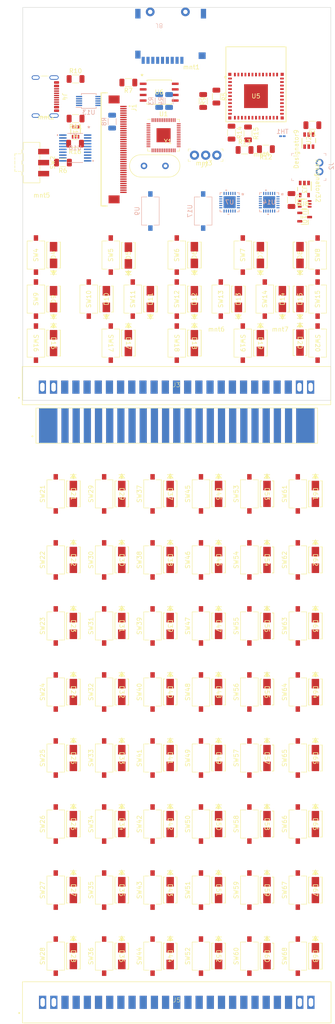
<source format=kicad_pcb>
(kicad_pcb (version 20221018) (generator pcbnew)
  (layers (0 "F.Cu" signal) (31 "B.Cu" signal) (34 "B.Paste" user) (35 "F.Paste" user) (36 "B.SilkS" user "B.Silkscreen") (37 "F.SilkS" user "F.Silkscreen") (38 "B.Mask" user) (39 "F.Mask" user) (44 "Edge.Cuts" user))
  (net 0 "")
  (net 1 "GND")
  (net 2 "Net-(U2-OUT)")
  (net 3 "/RP2040_UART0_TX")
  (net 4 "/RP2040_UART0_RX")
  (net 5 "/DISP_CONN/LEDA")
  (net 6 "/DISP_CONN/RESET")
  (net 7 "/DISP_CONN/DB15")
  (net 8 "/DISP_CONN/DB14")
  (net 9 "/DISP_CONN/DB13")
  (net 10 "/DISP_CONN/DB12")
  (net 11 "/DISP_CONN/DB11")
  (net 12 "/DISP_CONN/DB10")
  (net 13 "/DISP_CONN/DB9")
  (net 14 "/DISP_CONN/DB8")
  (net 15 "/DISP_CONN/DB7")
  (net 16 "/DISP_CONN/DB6")
  (net 17 "/DISP_CONN/DB5")
  (net 18 "/DISP_CONN/DB4")
  (net 19 "Net-(U1-XIN)")
  (net 20 "Net-(U1-XOUT)")
  (net 21 "Net-(U1-VREG_VOUT)")
  (net 22 "/DISP_CONN/DB3")
  (net 23 "/DISP_CONN/DB2")
  (net 24 "/DISP_CONN/DB1")
  (net 25 "/DISP_CONN/DB0")
  (net 26 "/DISP_CONN/RD")
  (net 27 "/DISP_CONN/WR")
  (net 28 "/DISP_CONN/RS (D{slash}C)")
  (net 29 "/DISP_CONN/CS")
  (net 30 "/RP2040_CHIP_EN_OUT")
  (net 32 "Net-(U1-USB_DM)")
  (net 33 "Net-(U1-USB_DP)")
  (net 34 "Net-(U1-QSPI_SD3)")
  (net 35 "Net-(U1-QSPI_SCLK)")
  (net 36 "Net-(U1-QSPI_SD0)")
  (net 37 "Net-(U1-QSPI_SD2)")
  (net 38 "Net-(U1-QSPI_SD1)")
  (net 39 "Net-(U1-QSPI_SS)")
  (net 40 "Net-(U2-TS)")
  (net 41 "Net-(D1-K)")
  (net 42 "Net-(U2-ISET)")
  (net 43 "VBUS")
  (net 46 "/RUN_MODE")
  (net 47 "/FLASH_LATCH")
  (net 48 "/LATCH_PULSE")
  (net 49 "+3.3V")
  (net 52 "/CHIP_EN")
  (net 53 "/GPIO_I2C_SDA")
  (net 54 "/GPIO_I2C_SCL")
  (net 55 "/64_GPIO_I2C/~{INT}")
  (net 56 "/64_GPIO_I2C/~{RESET}")
  (net 57 "/ESP32/D-")
  (net 58 "/ESP32/D+")
  (net 59 "/ESP32/IO_14")
  (net 61 "/ESP32/IO_18")
  (net 62 "/GPIO_I2C_INT")
  (net 63 "/ESP32/IO_20")
  (net 64 "/ESP32/IO_21")
  (net 65 "/ESP32/IO_22")
  (net 66 "/ESP32/IO_23")
  (net 71 "/KPA0")
  (net 72 "/KPA1")
  (net 73 "/KPA2")
  (net 74 "/KPA3")
  (net 75 "/KPA4")
  (net 76 "/KPA5")
  (net 77 "/KPA6")
  (net 78 "/KPA7")
  (net 79 "/KPA8")
  (net 80 "/KPA9")
  (net 81 "/KPA10")
  (net 82 "/KPA11")
  (net 83 "/KPA12")
  (net 84 "/KPA13")
  (net 85 "/KPA14")
  (net 86 "/KPA15")
  (net 90 "/RP2040_BOOTPIN")
  (net 91 "/MODE_MUX/D+")
  (net 92 "/MODE_MUX/D-")
  (net 93 "/MODE_MUX/D- Y")
  (net 94 "/MODE_MUX/D+ Y")
  (net 95 "/KPB0")
  (net 96 "/KPB1")
  (net 97 "/KPB2")
  (net 98 "/KPB3")
  (net 99 "/KPB4")
  (net 100 "/KPB5")
  (net 101 "/KPB6")
  (net 102 "/KPB7")
  (net 103 "/KPB8")
  (net 104 "/KPB9")
  (net 105 "/KPB10")
  (net 106 "/KPB11")
  (net 107 "/KPB12")
  (net 108 "/KPB13")
  (net 109 "/KPB14")
  (net 110 "/KPB15")
  (net 112 "/mathboard/b15")
  (net 113 "/mathboard/b14")
  (net 114 "/mathboard/b13")
  (net 115 "/mathboard/b12")
  (net 116 "Net-(J4-CC1)")
  (net 118 "Net-(J4-CC2)")
  (net 120 "/PWR_RP2040")
  (net 135 "/MODE_PIN")
  (net 136 "/FLASH_PIN")
  (net 137 "/ESP32_UART0_RX")
  (net 138 "/ESP32_UART0_TX")
  (net 139 "/GLOBAL_RESET_PIN")
  (net 142 "VCC")
  (net 143 "Net-(SW2-B)")
  (net 144 "Net-(D4-A)")
  (net 145 "Net-(D5-A)")
  (net 146 "Net-(D6-A)")
  (net 147 "Net-(D7-A)")
  (net 148 "Net-(D8-A)")
  (net 149 "Net-(D9-A)")
  (net 150 "Net-(D10-A)")
  (net 151 "Net-(D11-A)")
  (net 152 "Net-(D12-A)")
  (net 153 "Net-(D13-A)")
  (net 154 "Net-(D14-A)")
  (net 155 "Net-(D15-A)")
  (net 156 "Net-(D16-A)")
  (net 157 "Net-(D17-A)")
  (net 158 "Net-(D18-A)")
  (net 159 "Net-(D19-A)")
  (net 160 "Net-(D20-A)")
  (net 161 "/ESP32/LP_UART_RXD")
  (net 162 "/ESP32/LP_UART_TXD")
  (net 163 "/ESP32/LP_UART_RTSN")
  (net 164 "/ESP32/LP_UART_CTSN")
  (net 177 "Net-(D21-A)")
  (net 178 "Net-(D22-A)")
  (net 179 "Net-(D23-A)")
  (net 180 "/mathboard/b11")
  (net 181 "/mathboard/b10")
  (net 182 "/mathboard/b9")
  (net 183 "/mathboard/b8")
  (net 184 "Net-(D24-A)")
  (net 185 "/mathboard/b7")
  (net 186 "Net-(D25-A)")
  (net 187 "/mathboard/b6")
  (net 188 "Net-(D26-A)")
  (net 189 "/mathboard/b5")
  (net 190 "Net-(D27-A)")
  (net 191 "/mathboard/b4")
  (net 192 "Net-(D28-A)")
  (net 193 "/mathboard/b3")
  (net 194 "Net-(D29-A)")
  (net 195 "/mathboard/b2")
  (net 196 "Net-(D30-A)")
  (net 197 "/mathboard/b1")
  (net 198 "Net-(D31-A)")
  (net 199 "/mathboard/b0")
  (net 200 "Net-(D32-A)")
  (net 201 "/mathboard/3v3")
  (net 202 "Net-(D33-A)")
  (net 203 "/mathboard/scl")
  (net 204 "Net-(D34-A)")
  (net 205 "/mathboard/sda")
  (net 206 "Net-(D35-A)")
  (net 207 "/mathboard/mode")
  (net 208 "Net-(D36-A)")
  (net 209 "Net-(D61-A)")
  (net 210 "Net-(D37-A)")
  (net 211 "Net-(D62-A)")
  (net 212 "Net-(D38-A)")
  (net 213 "Net-(D63-A)")
  (net 214 "Net-(D39-A)")
  (net 215 "Net-(D64-A)")
  (net 216 "Net-(D40-A)")
  (net 217 "Net-(D41-A)")
  (net 218 "Net-(D42-A)")
  (net 219 "Net-(D43-A)")
  (net 220 "Net-(D44-A)")
  (net 221 "Net-(D45-A)")
  (net 222 "Net-(D46-A)")
  (net 223 "Net-(D47-A)")
  (net 224 "Net-(D48-A)")
  (net 225 "Net-(D49-A)")
  (net 226 "Net-(D50-A)")
  (net 227 "Net-(D51-A)")
  (net 228 "Net-(D52-A)")
  (net 229 "Net-(D53-A)")
  (net 230 "Net-(D54-A)")
  (net 231 "Net-(D55-A)")
  (net 232 "Net-(D56-A)")
  (net 233 "Net-(D65-A)")
  (net 234 "Net-(D57-A)")
  (net 235 "Net-(D66-A)")
  (net 236 "Net-(D58-A)")
  (net 237 "Net-(D67-A)")
  (net 238 "Net-(D59-A)")
  (net 239 "Net-(D68-A)")
  (net 240 "Net-(D60-A)")
  (net 241 "/mathboard/int")
  (net 242 "/mathboard/rp_tx")
  (net 243 "/mathboard/rp_rx")
  (net 244 "/mathboard/esp_rx")
  (net 245 "/mathboard/esp_tx")
  (net 246 "/mathboard/reset")
  (net 247 "/mathboard/flash")
  (net 248 "/mathboard/a15")
  (net 249 "/mathboard/a14")
  (net 250 "/mathboard/a13")
  (net 251 "/mathboard/a12")
  (net 252 "/mathboard/a11")
  (net 253 "/mathboard/a10")
  (net 254 "/mathboard/a9")
  (net 255 "/mathboard/a8")
  (net 256 "/mathboard/a7")
  (net 257 "/mathboard/a6")
  (net 258 "/mathboard/a5")
  (net 259 "/mathboard/a4")
  (net 260 "/mathboard/a3")
  (net 261 "/mathboard/a2")
  (net 262 "/mathboard/a1")
  (net 263 "/mathboard/a0")
  (net 264 "Net-(U1-SWCLK)")
  (net 265 "Net-(U1-SWD)")
  (net 266 "/ESP32/IO_19")
  (footprint "Button_Switch_SMD:SW_Tactile_SPST_NO_Straight_CK_PTS636Sx25SMTRLFS" (layer "F.Cu") (at 71.5 131.25 90)
    (fp_text reference "SW54")
    (fp_text value "~")
  )
  (footprint "Button_Switch_SMD:SW_Tactile_SPST_NO_Straight_CK_PTS636Sx25SMTRLFS" (layer "F.Cu") (at 49.5 131.25 90)
    (fp_text reference "SW38")
    (fp_text value "~")
  )
  (footprint "footprints:SMA_SDS" (layer "F.Cu") (at 27 82 -90)
    (fp_text reference "D16")
    (fp_text value "D_Small")
  )
  (footprint "Button_Switch_SMD:SW_Tactile_SPST_NO_Straight_CK_PTS636Sx25SMTRLFS" (layer "F.Cu") (at 82.5 131.25 90)
    (fp_text reference "SW62")
    (fp_text value "~")
  )
  (footprint "footprints:SMA_SDS" (layer "F.Cu") (at 64.5 176.25 -90)
    (fp_text reference "D49")
    (fp_text value "~")
  )
  (footprint "Button_Switch_SMD:SW_Tactile_SPST_NO_Straight_CK_PTS636Sx25SMTRLFS" (layer "F.Cu") (at 70 62 90)
    (fp_text reference "SW7")
    (fp_text value "KP_HOME")
  )
  (footprint "footprints:DBV0005A_N" (layer "F.Cu") (at 84 47 -90)
    (fp_text reference "U3")
    (fp_text value "TPS613221ADBVR")
  )
  (footprint "footprints:SMA_SDS" (layer "F.Cu") (at 42.5 116.25 -90)
    (fp_text reference "D29")
    (fp_text value "~")
  )
  (footprint "MountingHole:MountingHole_2.2mm_M2" (layer "F.Cu") (at 24.3125 51.625)
    (fp_text reference "mnt5")
    (fp_text value "MountingHole_2.2mm_M2")
  )
  (footprint "Button_Switch_SMD:SW_Tactile_SPST_NO_Straight_CK_PTS636Sx25SMTRLFS" (layer "F.Cu") (at 60.5 161.25 90)
    (fp_text reference "SW48")
    (fp_text value "~")
  )
  (footprint "Resistor_SMD:R_1206_3216Metric" (layer "F.Cu") (at 29.125 41 180)
    (fp_text reference "R6")
    (fp_text value "10k")
  )
  (footprint "Button_Switch_SMD:SW_Tactile_SPST_NO_Straight_CK_PTS636Sx25SMTRLFS" (layer "F.Cu") (at 38.5 116.25 90)
    (fp_text reference "SW29")
    (fp_text value "~")
  )
  (footprint "Resistor_SMD:R_1206_3216Metric" (layer "F.Cu") (at 81.0625 49.5 -90)
    (fp_text reference "R17")
    (fp_text value "10k")
  )
  (footprint "MountingHole:MountingHole_2.2mm_M2" (layer "F.Cu") (at 78.5 82.0625)
    (fp_text reference "mnt7")
    (fp_text value "MountingHole_2.2mm_M2")
  )
  (footprint "Button_Switch_SMD:SW_Tactile_SPST_NO_Straight_CK_PTS636Sx25SMTRLFS" (layer "F.Cu") (at 23 62 90)
    (fp_text reference "SW4")
    (fp_text value "KP_CTRL")
  )
  (footprint "Button_Switch_SMD:SW_Tactile_SPST_NO_Straight_CK_PTS636Sx25SMTRLFS" (layer "F.Cu") (at 60.5 191.25 90)
    (fp_text reference "SW50")
    (fp_text value "~")
  )
  (footprint "Button_Switch_SMD:SW_Tactile_SPST_NO_Straight_CK_PTS636Sx25SMTRLFS" (layer "F.Cu") (at 35 72 90)
    (fp_text reference "SW10")
    (fp_text value "KP_MODLOCK")
  )
  (footprint "MountingHole:MountingHole_2.2mm_M2" (layer "F.Cu") (at 61.1875 44.3125)
    (fp_text reference "mnt3")
    (fp_text value "MountingHole_2.2mm_M2")
  )
  (footprint "footprints:SMA_SDS" (layer "F.Cu") (at 86.5 161.25 -90)
    (fp_text reference "D64")
    (fp_text value "~")
  )
  (footprint "footprints:SMA_SDS" (layer "F.Cu") (at 86.5 176.25 -90)
    (fp_text reference "D65")
    (fp_text value "~")
  )
  (footprint "Button_Switch_SMD:SW_Tactile_SPST_NO_Straight_CK_PTS636Sx25SMTRLFS" (layer "F.Cu") (at 49.5 116.25 90)
    (fp_text reference "SW37")
    (fp_text value "~")
  )
  (footprint "footprints:SMA_SDS" (layer "F.Cu") (at 86.5 206.25 -90)
    (fp_text reference "D67")
    (fp_text value "~")
  )
  (footprint "MountingHole:MountingHole_2.2mm_M2" (layer "F.Cu") (at 58.3125 22.5)
    (fp_text reference "mnt1")
    (fp_text value "MountingHole_2.2mm_M2")
  )
  (footprint "footprints:SMA_SDS" (layer "F.Cu") (at 53.5 191.25 -90)
    (fp_text reference "D42")
    (fp_text value "~")
  )
  (footprint "Button_Switch_SMD:SW_Tactile_SPST_NO_Straight_CK_PTS636Sx25SMTRLFS" (layer "F.Cu") (at 55 72 90)
    (fp_text reference "SW12")
    (fp_text value "KP_OK")
  )
  (footprint "Button_Switch_SMD:SW_Tactile_SPST_NO_Straight_CK_PTS636Sx25SMTRLFS" (layer "F.Cu") (at 71.5 161.25 90)
    (fp_text reference "SW56")
    (fp_text value "~")
  )
  (footprint "Resistor_SMD:R_1206_3216Metric" (layer "F.Cu") (at 85.8125 32.5 180)
    (fp_text reference "R1")
    (fp_text value "1K")
  )
  (footprint "Button_Switch_SMD:SW_Tactile_SPST_NO_Straight_CK_PTS636Sx25SMTRLFS" (layer "F.Cu") (at 38.5 221.25 90)
    (fp_text reference "SW36")
    (fp_text value "~")
  )
  (footprint "Button_Switch_SMD:SW_Tactile_SPST_NO_Straight_CK_PTS636Sx25SMTRLFS" (layer "F.Cu") (at 87 72 90)
    (fp_text reference "SW15")
    (fp_text value "KP_PROG")
  )
  (footprint "Button_Switch_SMD:SW_Tactile_SPST_NO_Straight_CK_PTS636Sx25SMTRLFS" (layer "F.Cu") (at 55 62 90)
    (fp_text reference "SW6")
    (fp_text value "KP_UP")
  )
  (footprint "MountingHole:MountingHole_2.2mm_M2" (layer "F.Cu") (at 74.25 42.3125)
    (fp_text reference "mnt4")
    (fp_text value "MountingHole_2.2mm_M2")
  )
  (footprint "Button_Switch_SMD:SW_Tactile_SPST_NO_Straight_CK_PTS636Sx25SMTRLFS" (layer "F.Cu") (at 27.5 161.25 90)
    (fp_text reference "SW24")
    (fp_text value "~")
  )
  (footprint "5530843_5:edgeport" (layer "F.Cu") (at 54.9375 92)
    (fp_text reference "J3")
    (fp_text value "5530843-5")
  )
  (footprint "Button_Switch_SMD:SW_Tactile_SPST_NO_Straight_CK_PTS636Sx25SMTRLFS" (layer "F.Cu") (at 55 82 -90)
    (fp_text reference "SW18")
    (fp_text value "KP_DOWN")
  )
  (footprint "Button_Switch_SMD:SW_SPDT_CK-JS102011SAQN" (layer "F.Cu") (at 22 41 -90)
    (fp_text reference "SW2")
    (fp_text value "MODE_SWITCH")
  )
  (footprint "footprints:SMA_SDS" (layer "F.Cu") (at 59 72 90)
    (fp_text reference "D12")
    (fp_text value "D_Small")
  )
  (footprint "Button_Switch_SMD:SW_Tactile_SPST_NO_Straight_CK_PTS636Sx25SMTRLFS" (layer "F.Cu") (at 60.5 176.25 90)
    (fp_text reference "SW49")
    (fp_text value "~")
  )
  (footprint "5530843_5:edgeport" (layer "F.Cu") (at 55 231.75)
    (fp_text reference "J5")
    (fp_text value "5530843-5")
  )
  (footprint "Button_Switch_SMD:SW_Tactile_SPST_NO_Straight_CK_PTS636Sx25SMTRLFS" (layer "F.Cu") (at 27.5 131.25 90)
    (fp_text reference "SW22")
    (fp_text value "~")
  )
  (footprint "Button_Switch_SMD:SW_Tactile_SPST_NO_Straight_CK_PTS636Sx25SMTRLFS" (layer "F.Cu") (at 38.5 146.25 90)
    (fp_text reference "SW31")
    (fp_text value "~")
  )
  (footprint "footprints:SMA_SDS" (layer "F.Cu") (at 79 72 90)
    (fp_text reference "D14")
    (fp_text value "D_Small")
  )
  (footprint "Button_Switch_SMD:SW_Tactile_SPST_NO_Straight_CK_PTS636Sx25SMTRLFS" (layer "F.Cu") (at 38.5 176.25 90)
    (fp_text reference "SW33")
    (fp_text value "~")
  )
  (footprint "Button_Switch_SMD:SW_Tactile_SPST_NO_Straight_CK_PTS636Sx25SMTRLFS" (layer "F.Cu") (at 27.5 221.25 90)
    (fp_text reference "SW28")
    (fp_text value "~")
  )
  (footprint "Button_Switch_SMD:SW_Tactile_SPST_NO_Straight_CK_PTS636Sx25SMTRLFS" (layer "F.Cu") (at 49.5 191.25 90)
    (fp_text reference "SW42")
    (fp_text value "~")
  )
  (footprint "Button_Switch_SMD:SW_Tactile_SPST_NO_Straight_CK_PTS636Sx25SMTRLFS" (layer "F.Cu") (at 87 62 90)
    (fp_text reference "SW8")
    (fp_text value "KP_POWER")
  )
  (footprint "footprints:DCK0006A_N" (layer "F.Cu") (at 32 34 -90)
    (fp_text reference "U11")
    (fp_text value "TPS22919DCKR")
  )
  (footprint "footprints:SMA_SDS" (layer "F.Cu") (at 42.5 131.25 -90)
    (fp_text reference "D30")
    (fp_text value "~")
  )
  (footprint "Resistor_SMD:R_1206_3216Metric" (layer "F.Cu") (at 70.4 38.125)
    (fp_text reference "R13")
    (fp_text value "2k")
  )
  (footprint "Button_Switch_SMD:SW_Tactile_SPST_NO_Straight_CK_PTS636Sx25SMTRLFS" (layer "F.Cu") (at 27.5 146.25 90)
    (fp_text reference "SW23")
    (fp_text value "~")
  )
  (footprint "Button_Switch_SMD:SW_Tactile_SPST_NO_Straight_CK_PTS636Sx25SMTRLFS" (layer "F.Cu") (at 27.5 191.25 90)
    (fp_text reference "SW26")
    (fp_text value "~")
  )
  (footprint "footprints:SOT-23_M3_MCH" (layer "F.Cu") (at 84.0625 53.375 -90)
    (fp_text reference "U10")
    (fp_text value "~")
  )
  (footprint "digikey-footprints:PinHeader_1x3_P2.54_Drill1.1mm" (layer "F.Cu") (at 64.1025 39.3125 180)
    (fp_text reference "J7")
    (fp_text value "640456-3")
  )
  (footprint "footprints:SMA_SDS" (layer "F.Cu") (at 53.5 176.25 -90)
    (fp_text reference "D41")
    (fp_text value "~")
  )
  (footprint "Resistor_SMD:R_1206_3216Metric" (layer "F.Cu") (at 64 26 -90)
    (fp_text reference "R5")
    (fp_text value "10k")
  )
  (footprint "Button_Switch_SMD:SW_Tactile_SPST_NO_Straight_CK_PTS636Sx25SMTRLFS" (layer "F.Cu") (at 71.5 116.25 90)
    (fp_text reference "SW53")
    (fp_text value "~")
  )
  (footprint "Button_Switch_SMD:SW_Tactile_SPST_NO_Straight_CK_PTS636Sx25SMTRLFS" (layer "F.Cu") (at 38.5 131.25 90)
    (fp_text reference "SW30")
    (fp_text value "~")
  )
  (footprint "Button_Switch_SMD:SW_Tactile_SPST_NO_Straight_CK_PTS636Sx25SMTRLFS" (layer "F.Cu") (at 38.5 206.25 90)
    (fp_text reference "SW35")
    (fp_text value "~")
  )
  (footprint "footprints:SMA_SDS" (layer "F.Cu") (at 53.5 161.25 -90)
    (fp_text reference "D40")
    (fp_text value "~")
  )
  (footprint "Button_Switch_SMD:SW_Tactile_SPST_NO_Straight_CK_PTS636Sx25SMTRLFS" (layer "F.Cu") (at 60.5 131.25 90)
    (fp_text reference "SW46")
    (fp_text value "~")
  )
  (footprint "Button_Switch_SMD:SW_Tactile_SPST_NO_Straight_CK_PTS636Sx25SMTRLFS" (layer "F.Cu") (at 38.5 161.25 90)
    (fp_text reference "SW32")
    (fp_text value "~")
  )
  (footprint "footprints:SMA_SDS" (layer "F.Cu") (at 59 82 -90)
    (fp_text reference "D18")
    (fp_text value "D_Small")
  )
  (footprint "footprints:SMA_SDS" (layer "F.Cu") (at 42.5 176.25 -90)
    (fp_text reference "D33")
    (fp_text value "~")
  )
  (footprint "Button_Switch_SMD:SW_Tactile_SPST_NO_Straight_CK_PTS636Sx25SMTRLFS" (layer "F.Cu") (at 45 72 90)
    (fp_text reference "SW11")
    (fp_text value "KP_LEFT")
  )
  (footprint "footprints:SMA_SDS" (layer "F.Cu") (at 42.5 221.25 -90)
    (fp_text reference "D36")
    (fp_text value "~")
  )
  (footprint "footprints:SMA_SDS" (layer "F.Cu") (at 31.5 131.25 -90)
    (fp_text reference "D22")
    (fp_text value "~")
  )
  (footprint "footprints:SMA_SDS" (layer "F.Cu") (at 27 72 90)
    (fp_text reference "D9")
    (fp_text value "D_Small")
  )
  (footprint "footprints:SMA_SDS" (layer "F.Cu") (at 75.5 131.25 -90)
    (fp_text reference "D54")
    (fp_text value "~")
  )
  (footprint "Button_Switch_SMD:SW_Tactile_SPST_NO_Straight_CK_PTS636Sx25SMTRLFS" (layer "F.Cu") (at 23 82 -90)
    (fp_text reference "SW16")
    (fp_text value "KP_MENU")
  )
  (footprint "footprints:SMA_SDS" (layer "F.Cu") (at 39 72 90)
    (fp_text reference "D10")
    (fp_text value "D_Small")
  )
  (footprint "footprints:SMA_SDS" (layer "F.Cu") (at 31.5 176.25 -90)
    (fp_text reference "D25")
    (fp_text value "~")
  )
  (footprint "footprints:SMA_SDS" (layer "F.Cu") (at 69 72 90)
    (fp_text reference "D13")
    (fp_text value "D_Small")
  )
  (footprint "footprints:SMA_SDS" (layer "F.Cu") (at 75.5 191.25 -90)
    (fp_text reference "D58")
    (fp_text value "~")
  )
  (footprint "footprints:SMA_SDS" (layer "F.Cu") (at 75.5 146.25 -90)
    (fp_text reference "D55")
    (fp_text value "~")
  )
  (footprint "Resistor_SMD:R_1206_3216Metric" (layer "F.Cu") (at 71.1875 34.375 -90)
    (fp_text reference "R15")
    (fp_text value "2k")
  )
  (footprint "footprints:SMA_SDS" (layer "F.Cu") (at 86.5 116.25 -90)
    (fp_text reference "D61")
    (fp_text value "~")
  )
  (footprint "footprints:SMA_SDS" (layer "F.Cu") (at 31.5 206.25 -90)
    (fp_text reference "D27")
    (fp_text value "~")
  )
  (footprint "footprints:DBV0006A_N" (layer "F.Cu") (at 85 36 90)
    (fp_text reference "U2")
    (fp_text value "BQ21040DBVR")
  )
  (footprint "footprints:SMA_SDS" (layer "F.Cu") (at 42.5 146.25 -90)
    (fp_text reference "D31")
    (fp_text value "~")
  )
  (footprint "footprints:SMA_SDS" (layer "F.Cu") (at 74 82 -90)
    (fp_text reference "D19")
    (fp_text value "D_Small")
  )
  (footprint "footprints:SMA_SDS" (layer "F.Cu") (at 86.5 221.25 -90)
    (fp_text reference "D68")
    (fp_text value "~")
  )
  (footprint "Package_DFN_QFN:QFN-56-1EP_7x7mm_P0.4mm_EP3.2x3.2mm" (layer "F.Cu") (at 52 34.78125)
    (fp_text reference "U1")
    (fp_text value "RP2040")
  )
  (footprint "footprints:SMA_SDS" (layer "F.Cu") (at 64.5 221.25 -90)
    (fp_text reference "D52")
    (fp_text value "~")
  )
  (footprint "Button_Switch_SMD:SW_Tactile_SPST_NO_Straight_CK_PTS636Sx25SMTRLFS" (layer "F.Cu") (at 49.5 206.25 90)
    (fp_text reference "SW43")
    (fp_text value "~")
  )
  (footprint "Button_Switch_SMD:SW_Tactile_SPST_NO_Straight_CK_PTS636Sx25SMTRLFS" (layer "F.Cu") (at 49.5 221.25 90)
    (fp_text reference "SW44")
    (fp_text value "~")
  )
  (footprint "footprints:SMA_SDS" (layer "F.Cu") (at 64.5 206.25 -90)
    (fp_text reference "D51")
    (fp_text value "~")
  )
  (footprint "footprints:SOIC-8_5P28X5P28_WIN" (layer "F.Cu") (at 51 25)
    (fp_text reference "U6")
    (fp_text value "W25Q32JVSSIQ")
  )
  (footprint "Button_Switch_SMD:SW_Tactile_SPST_NO_Straight_CK_PTS636Sx25SMTRLFS" (layer "F.Cu") (at 49.5 146.25 90)
    (fp_text reference "SW39")
    (fp_text value "~")
  )
  (footprint "Button_Switch_SMD:SW_Tactile_SPST_NO_Straight_CK_PTS636Sx25SMTRLFS" (layer "F.Cu") (at 87 82 -90)
    (fp_text reference "SW20")
    (fp_text value "KP_FUNCS")
  )
  (footprint "footprints:SMA_SDS" (layer "F.Cu") (at 44 62.1049 90)
    (fp_text reference "D5")
    (fp_text value "D_Small")
  )
  (footprint "Button_Switch_SMD:SW_Tactile_SPST_NO_Straight_CK_PTS636Sx25SMTRLFS" (layer "F.Cu") (at 27.5 206.25 90)
    (fp_text reference "SW27")
    (fp_text value "~")
  )
  (footprint "Button_Switch_SMD:SW_Tactile_SPST_NO_Straight_CK_PTS636Sx25SMTRLFS" (layer "F.Cu") (at 27.5 116.25 90)
    (fp_text reference "SW21")
    (fp_text value "~")
  )
  (footprint "footprints:SMA_SDS" (layer "F.Cu") (at 31.5 221.25 -90)
    (fp_text reference "D28")
    (fp_text value "~")
  )
  (footprint "footprints:ESP32-C6_EXP" (layer "F.Cu") (at 73 23.210928)
    (fp_text reference "U5")
    (fp_text value "ESP32-C6-MINI-1-H4")
  )
  (footprint "footprints:SMA_SDS" (layer "F.Cu") (at 75.5 221.25 -90)
    (fp_text reference "D60")
    (fp_text value "~")
  )
  (footprint "footprints:SMA_SDS" (layer "F.Cu") (at 75.5 206.25 -90)
    (fp_text reference "D59")
    (fp_text value "~")
  )
  (footprint "Button_Switch_SMD:SW_Tactile_SPST_NO_Straight_CK_PTS636Sx25SMTRLFS" (layer "F.Cu") (at 82.5 221.25 90)
    (fp_text reference "SW68")
    (fp_text value "~")
  )
  (footprint "Button_Switch_SMD:SW_Tactile_SPST_NO_Straight_CK_PTS636Sx25SMTRLFS" (layer "F.Cu") (at 38.5 191.25 90)
    (fp_text reference "SW34")
    (fp_text value "~")
  )
  (footprint "footprints:DCK0006A_N" (layer "F.Cu") (at 84.0625 50.375)
    (fp_text reference "U8")
    (fp_text value "TPS22919DCKR")
  )
  (footprint "Button_Switch_SMD:SW_Tactile_SPST_NO_Straight_CK_PTS636Sx25SMTRLFS" (layer "F.Cu") (at 60.5 221.25 90)
    (fp_text reference "SW52")
    (fp_text value "~")
  )
  (footprint "footprints:SMA_SDS" (layer "F.Cu") (at 75.5 161.25 -90)
    (fp_text reference "D56")
    (fp_text value "~")
  )
  (footprint "Button_Switch_SMD:SW_Tactile_SPST_NO_Straight_CK_PTS636Sx25SMTRLFS" (layer "F.Cu") (at 82.5 146.25 90)
    (fp_text reference "SW63")
    (fp_text value "~")
  )
  (footprint "footprints:SMA_SDS" (layer "F.Cu") (at 86.5 191.25 -90)
    (fp_text reference "D66")
    (fp_text value "~")
  )
  (footprint "footprints:SMA_SDS" (layer "F.Cu") (at 59 62 90)
    (fp_text reference "D6")
    (fp_text value "D_Small")
  )
  (footprint "Button_Switch_SMD:SW_Tactile_SPST_NO_Straight_CK_PTS636Sx25SMTRLFS" (layer "F.Cu") (at 65 72 90)
    (fp_text reference "SW13")
    (fp_text value "KP_RIGHT")
  )
  (footprint "footprints:SMA_SDS" (layer "F.Cu") (at 53.5 206.25 -90)
    (fp_text reference "D43")
    (fp_text value "~")
  )
  (footprint "Button_Switch_SMD:SW_Tactile_SPST_NO_Straight_CK_PTS636Sx25SMTRLFS" (layer "F.Cu") (at 70 82 -90)
    (fp_text reference "SW19")
    (fp_text value "KP_TASKS")
  )
  (footprint "footprints:SMA_SDS" (layer "F.Cu") (at 64.5 191.25 -90)
    (fp_text reference "D50")
    (fp_text value "~")
  )
  (footprint "Resistor_SMD:R_1206_3216Metric" (layer "F.Cu") (at 32 31 180)
    (fp_text reference "R11")
    (fp_text value "5.1k")
  )
  (footprint "footprints:SMA_SDS" (layer "F.Cu") (at 53.5 131.25 -90)
    (fp_text reference "D38")
    (fp_text value "~")
  )
  (footprint "footprints:SMA_SDS" (layer "F.Cu") (at 74 62 90)
    (fp_text reference "D7")
    (fp_text value "D_Small")
  )
  (footprint "footprints:SMA_SDS" (layer "F.Cu") (at 64.5 146.25 -90)
    (fp_text reference "D47")
    (fp_text value "~")
  )
  (footprint "Resistor_SMD:R_1206_3216Metric" (layer "F.Cu") (at 75.25 37.9375 180)
    (fp_text reference "R12")
    (fp_text value "2k")
  )
  (footprint "footprints:SMA_SDS" (layer "F.Cu") (at 86.5 146.25 -90)
    (fp_text reference "D63")
    (fp_text value "~")
  )
  (footprint "Button_Switch_SMD:SW_Tactile_SPST_NO_Straight_CK_PTS636Sx25SMTRLFS" (layer "F.Cu") (at 82.5 176.25 90)
    (fp_text reference "SW65")
    (fp_text value "~")
  )
  (footprint "Button_Switch_SMD:SW_Tactile_SPST_NO_Straight_CK_PTS636Sx25SMTRLFS" (layer "F.Cu") (at 71.5 191.25 90)
    (fp_text reference "SW58")
    (fp_text value "~")
  )
  (footprint "5530843_5:edge" (layer "F.Cu") (at 55 100.75)
    (fp_text reference "U4" hide)
    (fp_text value "~" hide)
  )
  (footprint "Button_Switch_SMD:SW_Tactile_SPST_NO_Straight_CK_PTS636Sx25SMTRLFS" (layer "F.Cu") (at 60.5 206.25 90)
    (fp_text reference "SW51")
    (fp_text value "~")
  )
  (footprint "footprints:SMA_SDS" (layer "F.Cu") (at 53.5 146.25 -90)
    (fp_text reference "D39")
    (fp_text value "~")
  )
  (footprint "Button_Switch_SMD:SW_Tactile_SPST_NO_Straight_CK_PTS636Sx25SMTRLFS" (layer "F.Cu") (at 49.5 161.25 90)
    (fp_text reference "SW40")
    (fp_text value "~")
  )
  (footprint "footprints:SMA_SDS" (layer "F.Cu") (at 31.5 116.25 -90)
    (fp_text reference "D21")
    (fp_text value "~")
  )
  (footprint "footprints:SMA_SDS" (layer "F.Cu") (at 64.5 116.25 -90)
    (fp_text reference "D45")
    (fp_text value "~")
  )
  (footprint "Button_Switch_SMD:SW_Tactile_SPST_NO_Straight_CK_PTS636Sx25SMTRLFS" (layer "F.Cu") (at 60.5 116.25 90)
    (fp_text reference "SW45")
    (fp_text value "~")
  )
  (footprint "Button_Switch_SMD:SW_Tactile_SPST_NO_Straight_CK_PTS636Sx25SMTRLFS" (layer "F.Cu") (at 82.5 206.25 90)
    (fp_text reference "SW67")
    (fp_text value "~")
  )
  (footprint "footprints:SMA_SDS" (layer "F.Cu") (at 31.5 191.25 -90)
    (fp_text reference "D26")
    (fp_text value "~")
  )
  (footprint "Resistor_SMD:R_1206_3216Metric" (layer "F.Cu") (at 31.875 36.6875 180)
    (fp_text reference "R16")
    (fp_text value "10k")
  )
  (footprint "Button_Switch_SMD:SW_Tactile_SPST_NO_Straight_CK_PTS636Sx25SMTRLFS" (layer "F.Cu") (at 71.5 176.25 90)
    (fp_text reference "SW57")
    (fp_text value "~")
  )
  (footprint "MountingHole:MountingHole_2.2mm_M2" (layer "F.Cu") (at 25.3125 33.875)
    (fp_text reference "mnt2")
    (fp_text value "MountingHole_2.2mm_M2")
  )
  (footprint "Button_Switch_SMD:SW_Tactile_SPST_NO_Straight_CK_PTS636Sx25SMTRLFS" (layer "F.Cu") (at 71.5 146.25 90)
    (fp_text reference "SW55")
    (fp_text value "~")
  )
  (footprint "footprints:GCT_FFC2B21-40-T_REVA" (layer "F.Cu") (at 42.875 38 -90)
    (fp_text reference "J1")
    (fp_text value "FFC2B21-40-T_REVA")
  )
  (footprint "footprints:SMA_SDS" (layer "F.Cu") (at 27 62 90)
    (fp_text reference "D4")
    (fp_text value "D_Small")
  )
  (footprint "Crystal:Crystal_HC49-4H_Vertical" (layer "F.Cu") (at 47.55 41.75)
    (fp_text reference "Y1")
    (fp_text value "12MHz")
  )
  (footprint "Button_Switch_SMD:SW_Tactile_SPST_NO_Straight_CK_PTS636Sx25SMTRLFS" (layer "F.Cu") (at 82.5 191.25 90)
    (fp_text reference "SW66")
    (fp_text value "~")
  )
  (footprint "footprints:SMA_SDS" (layer "F.Cu") (at 49 72 90)
    (fp_text reference "D11")
    (fp_text value "D_Small")
  )
  (footprint "Resistor_SMD:R_1206_3216Metric" (layer "F.Cu") (at 67.4375 34.1875 -90)
    (fp_text reference "R14")
    (fp_text value "2k")
  )
  (footprint "footprints:SMA_SDS" (layer "F.Cu") (at 31.5 161.25 -90)
    (fp_text reference "D24")
    (fp_text value "~")
  )
  (footprint "footprints:SMA_SDS" (layer "F.Cu") (at 75.5 116.25 -90)
    (fp_text reference "D53")
    (fp_text value "~")
  )
  (footprint "Button_Switch_SMD:SW_Tactile_SPST_NO_Straight_CK_PTS636Sx25SMTRLFS" (layer "F.Cu") (at 49.5 176.25 90)
    (fp_text reference "SW41")
    (fp_text value "~")
  )
  (footprint "Resistor_SMD:R_1206_3216Metric" (layer "F.Cu") (at 44 22.8125 180)
    (fp_text reference "R7")
    (fp_text value "10k")
  )
  (footprint "footprints:SMA_SDS" (layer "F.Cu") (at 83 72 90)
    (fp_text reference "D15")
    (fp_text value "D_Small")
  )
  (footprint "footprints:SMA_SDS" (layer "F.Cu") (at 64.5 161.25 -90)
    (fp_text reference "D48")
    (fp_text value "~")
  )
  (footprint "footprints:SMA_SDS" (layer "F.Cu") (at 42.5 191.25 -90)
    (fp_text reference "D34")
    (fp_text value "~")
  )
  (footprint "footprints:SMA_SDS" (layer "F.Cu") (at 83 81.8951 -90)
    (fp_text reference "D20")
    (fp_text value "D_Small")
  )
  (footprint "Button_Switch_SMD:SW_Tactile_SPST_NO_Straight_CK_PTS636Sx25SMTRLFS" (layer "F.Cu") (at 60.5 146.25 90)
    (fp_text reference "SW47")
    (fp_text value "~")
  )
  (footprint "Resistor_SMD:R_1206_3216Metric" (layer "F.Cu") (at 32 22)
    (fp_text reference "R10")
    (fp_text value "5.1k")
  )
  (footprint "footprints:SMA_SDS" (layer "F.Cu") (at 31.5 146.25 -90)
    (fp_text reference "D23")
    (fp_text value "~")
  )
  (footprint "footprints:SMA_SDS" (layer "F.Cu") (at 83 62 90)
    (fp_text reference "D8")
    (fp_text value "D_Small" hide)
  )
  (footprint "Button_Switch_SMD:SW_Tactile_SPST_NO_Straight_CK_PTS636Sx25SMTRLFS" (layer "F.Cu") (at 82.5 116.25 90)
    (fp_text reference "SW61")
    (fp_text value "~")
  )
  (footprint "Button_Switch_SMD:SW_Tactile_SPST_NO_Straight_CK_PTS636Sx25SMTRLFS" (layer "F.Cu") (at 40 82 -90)
    (fp_text reference "SW17")
    (fp_text value "KP_BACK")
  )
  (footprint "footprints:SMA_SDS" (layer "F.Cu") (at 53.5 116.25 -90)
    (fp_text reference "D37")
    (fp_text value "~")
  )
  (footprint "Button_Switch_SMD:SW_Tactile_SPST_NO_Straight_CK_PTS636Sx25SMTRLFS" (layer "F.Cu") (at 23 72 90)
    (fp_text reference "SW9")
    (fp_text value "KP_ALT")
  )
  (footprint "footprints:SMA_SDS" (layer "F.Cu") (at 53.5 221.25 -90)
    (fp_text reference "D44")
    (fp_text value "~")
  )
  (footprint "Button_Switch_SMD:SW_Tactile_SPST_NO_Straight_CK_PTS636Sx25SMTRLFS" (layer "F.Cu") (at 82.5 161.25 90)
    (fp_text reference "SW64")
    (fp_text value "~")
  )
  (footprint "Button_Switch_SMD:SW_Tactile_SPST_NO_Straight_CK_PTS636Sx25SMTRLFS" (layer "F.Cu") (at 71.5 206.25 90)
    (fp_text reference "SW59")
    (fp_text value "~")
  )
  (footprint "Button_Switch_SMD:SW_Tactile_SPST_NO_Straight_CK_PTS636Sx25SMTRLFS" (layer "F.Cu") (at 27.5 176.25 90)
    (fp_text reference "SW25")
    (fp_text value "~")
  )
  (footprint "footprints:SMA_SDS" (layer "F.Cu") (at 86.5 131.25 -90)
    (fp_text reference "D62")
    (fp_text value "~")
  )
  (footprint "footprints:SMA_SDS" (layer "F.Cu") (at 42.5 206.25 -90)
    (fp_text reference "D35")
    (fp_text value "~")
  )
  (footprint "Button_Switch_SMD:SW_Tactile_SPST_NO_Straight_CK_PTS636Sx25SMTRLFS" (layer "F.Cu") (at 40 62 90)
    (fp_text reference "SW5")
    (fp_text value "KP_SHIFT")
  )
  (footprint "Resistor_SMD:R_1206_3216Metric" (layer "F.Cu") (at 61 27 -90)
    (fp_text reference "R9")
    (fp_text value "10k")
  )
  (footprint "footprints:SMA_SDS" (layer "F.Cu") (at 75.5 176.25 -90)
    (fp_text reference "D57")
    (fp_text value "~")
  )
  (footprint "Button_Switch_SMD:SW_Tactile_SPST_NO_Straight_CK_PTS636Sx25SMTRLFS" (layer "F.Cu") (at 71.5 221.25 90)
    (fp_text reference "SW60")
    (fp_text value "~")
  )
  (footprint "footprints:SMA_SDS" (layer "F.Cu") (at 44 82 -90)
    (fp_text reference "D17")
    (fp_text value "D_Small")
  )
  (footprint "footprints:SMA_SDS" (layer "F.Cu") (at 64.5 131.25 -90)
    (fp_text reference "D46")
    (fp_text value "~")
  )
  (footprint "footprints:SMA_SDS" (layer "F.Cu") (at 42.5 161.25 -90)
    (fp_text reference "D32")
    (fp_text value "~")
  )
  (footprint "Connector_USB:USB_C_Receptacle_GCT_USB4105-xx-A_16P_TopMnt_Horizontal" (layer "F.Cu") (at 24 26 -90)
    (fp_text reference "J4")
    (fp_text value "USB4105-GF-A")
  )
  (footprint "Button_Switch_SMD:SW_Tactile_SPST_NO_Straight_CK_PTS636Sx25SMTRLFS" (layer "F.Cu") (at 75 72 90)
    (fp_text reference "SW14")
    (fp_text value "KP_HELP")
  )
  (footprint "MountingHole:MountingHole_2.2mm_M2" (layer "F.Cu") (at 64 82.0625)
    (fp_text reference "mnt6")
    (fp_text value "MountingHole_2.2mm_M2")
  )
  (footprint "footprints:PW20" (layer "B.Cu") (at 31.9306 37.675 180)
    (fp_text reference "U18")
    (fp_text value "SN74HCT373PWR")
  )
  (footprint "Resistor_SMD:R_1206_3216Metric" (layer "B.Cu") (at 40.3125 31.6875 -90)
    (fp_text reference "R8")
    (fp_text value "1k")
  )
  (footprint "5530843_5:msd-11-a" (layer "B.Cu") (at 51.0125 9.3625)
    (fp_text reference "J8")
    (fp_text value "msd-11-a")
  )
  (footprint "Resistor_SMD:R_0201_0603Metric_Pad0.64x0.40mm_HandSolder" (layer "B.Cu") (at 79 35 180)
    (fp_text reference "TH1")
    (fp_text value "battery thermistor")
  )
  (footprint "Resistor_SMD:R_1206_3216Metric" (layer "B.Cu") (at 53.25 27 -90)
    (fp_text reference "R4")
    (fp_text value "27")
  )
  (footprint "Button_Switch_SMD:SW_Tactile_SPST_NO_Straight_CK_PTS636Sx25SMTRLFS" (layer "B.Cu") (at 49 52 -90)
    (fp_text reference "U9")
    (fp_text value "FLASH_BTN")
  )
  (footprint "footprints:TQFN44-24_KIN" (layer "B.Cu") (at 76 50 180)
    (fp_text reference "U14")
    (fp_text value "KTS1622EUAA-TR")
  )
  (footprint "footprints:TQFN44-24_KIN" (layer "B.Cu") (at 67 50 180)
    (fp_text reference "U7")
    (fp_text value "KTS1622EUAA-TR")
  )
  (footprint "digikey-footprints:PinHeader_1x2_P2mm_Drill1mm_RA" (layer "B.Cu") (at 87.45 43.02 90)
    (fp_text reference "J2")
    (fp_text value "battery")
  )
  (footprint "Package_SO:MSOP-10_3x3mm_P0.5mm" (layer "B.Cu") (at 35 27)
    (fp_text reference "U13")
    (fp_text value "FSUSB42MUX")
  )
  (footprint "Resistor_SMD:R_1206_3216Metric" (layer "B.Cu") (at 51 27 -90)
    (fp_text reference "R3")
    (fp_text value "27")
  )
  (footprint "Button_Switch_SMD:SW_Tactile_SPST_NO_Straight_CK_PTS636Sx25SMTRLFS" (layer "B.Cu") (at 61 52 -90)
    (fp_text reference "U17")
    (fp_text value "RESET_BTN")
  )
  (gr_rect (start 20 5.75) (end 90 95) (stroke (width 0.1)) (fill none) (layer "Edge.Cuts"))
)
</source>
